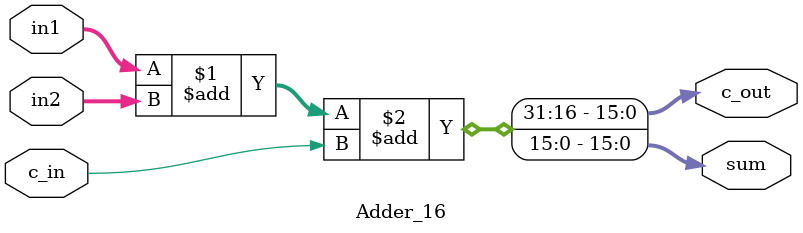
<source format=v>
`timescale 1ns / 1ps

module Adder_16(sum, c_out, in1, in2, c_in);
    output[15:0] sum;
    output[15:0] c_out;
    input[15:0] in1,in2;
    input c_in;
    assign {c_out,sum}=in1+in2+c_in;
endmodule

</source>
